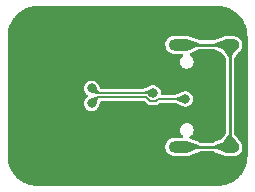
<source format=gbl>
G04 #@! TF.GenerationSoftware,KiCad,Pcbnew,(7.0.0)*
G04 #@! TF.CreationDate,2023-03-15T02:55:48+08:00*
G04 #@! TF.ProjectId,USB_C_Breakout_GH1.25_4Pin,5553425f-435f-4427-9265-616b6f75745f,rev?*
G04 #@! TF.SameCoordinates,Original*
G04 #@! TF.FileFunction,Copper,L2,Bot*
G04 #@! TF.FilePolarity,Positive*
%FSLAX46Y46*%
G04 Gerber Fmt 4.6, Leading zero omitted, Abs format (unit mm)*
G04 Created by KiCad (PCBNEW (7.0.0)) date 2023-03-15 02:55:48*
%MOMM*%
%LPD*%
G01*
G04 APERTURE LIST*
G04 #@! TA.AperFunction,ComponentPad*
%ADD10O,1.600000X1.000000*%
G04 #@! TD*
G04 #@! TA.AperFunction,ComponentPad*
%ADD11O,2.100000X1.000000*%
G04 #@! TD*
G04 #@! TA.AperFunction,ViaPad*
%ADD12C,0.800000*%
G04 #@! TD*
G04 #@! TA.AperFunction,Conductor*
%ADD13C,0.150000*%
G04 #@! TD*
G04 #@! TA.AperFunction,Conductor*
%ADD14C,0.250000*%
G04 #@! TD*
G04 APERTURE END LIST*
D10*
X130589999Y-80519999D03*
D11*
X126409999Y-80519999D03*
X126409999Y-71879999D03*
D10*
X130589999Y-71879999D03*
D12*
X115570000Y-78740000D03*
X115570000Y-73660000D03*
X115570000Y-74930000D03*
X115570000Y-77470000D03*
X115570000Y-76200000D03*
X118110000Y-73279174D03*
X121920000Y-75221500D03*
X123190000Y-73660000D03*
X122301000Y-80772000D03*
X123317000Y-80772000D03*
X124333000Y-80772000D03*
X124333000Y-79756000D03*
X118872000Y-76835000D03*
X118872000Y-75565000D03*
X126819502Y-76454000D03*
X124079000Y-75946000D03*
D13*
X119411000Y-76296000D02*
X118872000Y-76835000D01*
X123474405Y-76296000D02*
X119411000Y-76296000D01*
X123799405Y-76621000D02*
X123474405Y-76296000D01*
X124525595Y-76454000D02*
X124358595Y-76621000D01*
X124358595Y-76621000D02*
X123799405Y-76621000D01*
X126819502Y-76454000D02*
X124525595Y-76454000D01*
X119253000Y-75946000D02*
X124079000Y-75946000D01*
X118872000Y-75565000D02*
X119253000Y-75946000D01*
D14*
X130590000Y-71880000D02*
X130590000Y-80520000D01*
X130590000Y-80520000D02*
X126410000Y-80520000D01*
X126410000Y-71880000D02*
X130590000Y-71880000D01*
X126819502Y-76454000D02*
X126761502Y-76396000D01*
G04 #@! TA.AperFunction,Conductor*
G36*
X129543471Y-68580694D02*
G01*
X129655527Y-68586987D01*
X129824353Y-68597199D01*
X129837591Y-68598720D01*
X129969665Y-68621160D01*
X129971007Y-68621397D01*
X130116210Y-68648007D01*
X130128153Y-68650814D01*
X130260788Y-68689025D01*
X130263279Y-68689773D01*
X130400146Y-68732423D01*
X130410682Y-68736237D01*
X130539736Y-68789693D01*
X130543063Y-68791130D01*
X130672306Y-68849298D01*
X130681372Y-68853834D01*
X130804331Y-68921791D01*
X130808500Y-68924202D01*
X130928988Y-68997040D01*
X130936592Y-69002027D01*
X131051525Y-69083575D01*
X131056223Y-69087078D01*
X131166752Y-69173672D01*
X131172906Y-69178823D01*
X131278133Y-69272859D01*
X131283187Y-69277638D01*
X131382360Y-69376811D01*
X131387139Y-69381865D01*
X131481175Y-69487092D01*
X131486326Y-69493246D01*
X131572904Y-69603754D01*
X131576423Y-69608473D01*
X131657971Y-69723406D01*
X131662958Y-69731010D01*
X131735796Y-69851498D01*
X131738207Y-69855667D01*
X131806164Y-69978626D01*
X131810712Y-69987716D01*
X131868832Y-70116853D01*
X131870317Y-70120291D01*
X131923756Y-70249303D01*
X131927580Y-70259866D01*
X131970214Y-70396684D01*
X131970983Y-70399246D01*
X132009180Y-70531831D01*
X132011995Y-70543807D01*
X132038578Y-70688865D01*
X132038857Y-70690446D01*
X132061275Y-70822385D01*
X132062801Y-70835670D01*
X132072997Y-71004242D01*
X132073028Y-71004774D01*
X132079305Y-71116527D01*
X132079500Y-71123481D01*
X132079500Y-81276519D01*
X132079305Y-81283473D01*
X132073028Y-81395224D01*
X132072997Y-81395756D01*
X132062801Y-81564328D01*
X132061275Y-81577613D01*
X132038857Y-81709552D01*
X132038578Y-81711133D01*
X132011995Y-81856191D01*
X132009180Y-81868167D01*
X131970983Y-82000752D01*
X131970214Y-82003314D01*
X131927580Y-82140132D01*
X131923756Y-82150695D01*
X131870317Y-82279707D01*
X131868832Y-82283145D01*
X131810712Y-82412282D01*
X131806164Y-82421372D01*
X131738207Y-82544331D01*
X131735796Y-82548500D01*
X131662958Y-82668988D01*
X131657971Y-82676592D01*
X131576423Y-82791525D01*
X131572904Y-82796244D01*
X131486326Y-82906752D01*
X131481175Y-82912906D01*
X131387139Y-83018133D01*
X131382360Y-83023187D01*
X131283187Y-83122360D01*
X131278133Y-83127139D01*
X131172906Y-83221175D01*
X131166752Y-83226326D01*
X131056244Y-83312904D01*
X131051525Y-83316423D01*
X130936592Y-83397971D01*
X130928988Y-83402958D01*
X130808500Y-83475796D01*
X130804331Y-83478207D01*
X130681372Y-83546164D01*
X130672282Y-83550712D01*
X130543145Y-83608832D01*
X130539707Y-83610317D01*
X130410695Y-83663756D01*
X130400132Y-83667580D01*
X130263314Y-83710214D01*
X130260752Y-83710983D01*
X130128167Y-83749180D01*
X130116191Y-83751995D01*
X129971133Y-83778578D01*
X129969552Y-83778857D01*
X129837613Y-83801275D01*
X129824328Y-83802801D01*
X129655756Y-83812997D01*
X129655224Y-83813028D01*
X129547513Y-83819078D01*
X129543471Y-83819305D01*
X129536519Y-83819500D01*
X114303481Y-83819500D01*
X114296528Y-83819305D01*
X114292045Y-83819053D01*
X114184774Y-83813028D01*
X114184242Y-83812997D01*
X114015670Y-83802801D01*
X114002385Y-83801275D01*
X113870446Y-83778857D01*
X113868865Y-83778578D01*
X113723807Y-83751995D01*
X113711831Y-83749180D01*
X113579246Y-83710983D01*
X113576684Y-83710214D01*
X113439866Y-83667580D01*
X113429303Y-83663756D01*
X113300291Y-83610317D01*
X113296873Y-83608841D01*
X113167713Y-83550710D01*
X113158626Y-83546164D01*
X113035667Y-83478207D01*
X113031498Y-83475796D01*
X112911010Y-83402958D01*
X112903406Y-83397971D01*
X112788473Y-83316423D01*
X112783754Y-83312904D01*
X112673246Y-83226326D01*
X112667092Y-83221175D01*
X112561865Y-83127139D01*
X112556811Y-83122360D01*
X112457638Y-83023187D01*
X112452859Y-83018133D01*
X112358823Y-82912906D01*
X112353672Y-82906752D01*
X112267078Y-82796223D01*
X112263575Y-82791525D01*
X112182027Y-82676592D01*
X112177040Y-82668988D01*
X112104202Y-82548500D01*
X112101791Y-82544331D01*
X112083272Y-82510824D01*
X112033832Y-82421369D01*
X112029298Y-82412306D01*
X111971130Y-82283063D01*
X111969693Y-82279736D01*
X111916237Y-82150682D01*
X111912423Y-82140146D01*
X111869773Y-82003279D01*
X111869015Y-82000752D01*
X111864307Y-81984409D01*
X111830814Y-81868153D01*
X111828007Y-81856210D01*
X111801397Y-81711007D01*
X111801160Y-81709665D01*
X111778720Y-81577591D01*
X111777199Y-81564353D01*
X111766983Y-81395453D01*
X111760694Y-81283471D01*
X111760500Y-81276521D01*
X111760500Y-80563935D01*
X125105669Y-80563935D01*
X125136135Y-80736711D01*
X125205623Y-80897804D01*
X125209936Y-80903597D01*
X125209937Y-80903599D01*
X125255620Y-80964962D01*
X125310390Y-81038530D01*
X125444786Y-81151302D01*
X125601567Y-81230040D01*
X125772279Y-81270500D01*
X127000111Y-81270500D01*
X127003709Y-81270500D01*
X127134255Y-81255241D01*
X127198535Y-81231844D01*
X127207133Y-81229066D01*
X127255175Y-81215467D01*
X128000207Y-80905038D01*
X128047900Y-80895500D01*
X129202101Y-80895500D01*
X129249793Y-80905038D01*
X129936735Y-81191264D01*
X129993402Y-81214875D01*
X129997719Y-81215982D01*
X130001933Y-81217393D01*
X130001850Y-81217640D01*
X130021606Y-81225037D01*
X130031567Y-81230040D01*
X130202279Y-81270500D01*
X130930111Y-81270500D01*
X130933709Y-81270500D01*
X131064255Y-81255241D01*
X131229117Y-81195237D01*
X131375696Y-81098830D01*
X131496092Y-80971218D01*
X131583812Y-80819281D01*
X131634130Y-80651210D01*
X131644331Y-80476065D01*
X131613865Y-80303289D01*
X131544377Y-80142196D01*
X131439610Y-80001470D01*
X131374009Y-79946424D01*
X131310747Y-79893340D01*
X131310742Y-79893337D01*
X131305214Y-79888698D01*
X131298760Y-79885456D01*
X131298756Y-79885454D01*
X131294393Y-79883263D01*
X131247964Y-79842845D01*
X130987416Y-79464983D01*
X130971106Y-79431455D01*
X130965500Y-79394593D01*
X130965500Y-73005406D01*
X130971106Y-72968545D01*
X130987416Y-72935016D01*
X131072068Y-72812248D01*
X131252290Y-72550878D01*
X131286230Y-72517672D01*
X131375696Y-72458830D01*
X131496092Y-72331218D01*
X131583812Y-72179281D01*
X131634130Y-72011210D01*
X131644331Y-71836065D01*
X131613865Y-71663289D01*
X131544377Y-71502196D01*
X131439610Y-71361470D01*
X131367747Y-71301170D01*
X131310745Y-71253339D01*
X131310744Y-71253338D01*
X131305214Y-71248698D01*
X131212810Y-71202291D01*
X131154883Y-71173199D01*
X131154880Y-71173198D01*
X131148433Y-71169960D01*
X131141407Y-71168294D01*
X131141405Y-71168294D01*
X130984749Y-71131165D01*
X130984743Y-71131164D01*
X130977721Y-71129500D01*
X130246291Y-71129500D01*
X130242725Y-71129916D01*
X130242721Y-71129917D01*
X130122916Y-71143920D01*
X130122909Y-71143921D01*
X130115745Y-71144759D01*
X130108962Y-71147227D01*
X130108956Y-71147229D01*
X130037880Y-71173097D01*
X130026298Y-71176681D01*
X129997730Y-71184012D01*
X129997712Y-71184017D01*
X129993406Y-71185123D01*
X129989298Y-71186834D01*
X129989291Y-71186837D01*
X129249792Y-71494962D01*
X129202100Y-71504500D01*
X128047900Y-71504500D01*
X128000208Y-71494962D01*
X127258565Y-71185944D01*
X127258560Y-71185942D01*
X127255173Y-71184531D01*
X127251651Y-71183534D01*
X127251634Y-71183528D01*
X127248795Y-71182725D01*
X127226939Y-71174231D01*
X127224891Y-71173202D01*
X127224883Y-71173199D01*
X127218433Y-71169960D01*
X127211406Y-71168294D01*
X127211402Y-71168293D01*
X127054749Y-71131165D01*
X127054743Y-71131164D01*
X127047721Y-71129500D01*
X125816291Y-71129500D01*
X125812725Y-71129916D01*
X125812721Y-71129917D01*
X125692915Y-71143920D01*
X125692907Y-71143921D01*
X125685745Y-71144759D01*
X125678967Y-71147225D01*
X125678958Y-71147228D01*
X125527674Y-71202291D01*
X125527671Y-71202292D01*
X125520883Y-71204763D01*
X125514850Y-71208730D01*
X125514842Y-71208735D01*
X125380340Y-71297199D01*
X125380334Y-71297203D01*
X125374304Y-71301170D01*
X125369351Y-71306419D01*
X125369346Y-71306424D01*
X125258865Y-71423527D01*
X125258861Y-71423531D01*
X125253908Y-71428782D01*
X125250299Y-71435032D01*
X125250296Y-71435037D01*
X125169799Y-71574463D01*
X125169796Y-71574468D01*
X125166188Y-71580719D01*
X125164117Y-71587634D01*
X125164117Y-71587636D01*
X125117941Y-71741869D01*
X125117939Y-71741877D01*
X125115870Y-71748790D01*
X125115450Y-71755996D01*
X125115449Y-71756004D01*
X125106088Y-71916725D01*
X125106088Y-71916733D01*
X125105669Y-71923935D01*
X125136135Y-72096711D01*
X125205623Y-72257804D01*
X125209936Y-72263597D01*
X125209937Y-72263599D01*
X125255620Y-72324962D01*
X125310390Y-72398530D01*
X125444786Y-72511302D01*
X125601567Y-72590040D01*
X125772279Y-72630500D01*
X125779500Y-72630500D01*
X126514887Y-72630500D01*
X126574055Y-72645527D01*
X126618882Y-72686965D01*
X126638505Y-72744771D01*
X126628167Y-72804935D01*
X126590374Y-72852876D01*
X126535991Y-72894605D01*
X126535987Y-72894608D01*
X126529549Y-72899549D01*
X126524608Y-72905987D01*
X126524605Y-72905991D01*
X126442248Y-73013319D01*
X126442242Y-73013328D01*
X126437302Y-73019767D01*
X126434193Y-73027272D01*
X126434191Y-73027276D01*
X126382423Y-73152254D01*
X126382421Y-73152259D01*
X126379313Y-73159764D01*
X126378252Y-73167815D01*
X126378251Y-73167823D01*
X126360760Y-73300683D01*
X126359534Y-73310000D01*
X126360595Y-73318059D01*
X126378251Y-73452176D01*
X126378252Y-73452182D01*
X126379313Y-73460236D01*
X126437302Y-73600233D01*
X126442245Y-73606674D01*
X126442248Y-73606680D01*
X126524605Y-73714008D01*
X126529549Y-73720451D01*
X126535991Y-73725394D01*
X126643319Y-73807751D01*
X126643322Y-73807753D01*
X126649767Y-73812698D01*
X126789764Y-73870687D01*
X126902280Y-73885500D01*
X126973667Y-73885500D01*
X126977720Y-73885500D01*
X127090236Y-73870687D01*
X127230233Y-73812698D01*
X127350451Y-73720451D01*
X127442698Y-73600233D01*
X127500687Y-73460236D01*
X127520466Y-73310000D01*
X127500687Y-73159764D01*
X127442698Y-73019767D01*
X127437753Y-73013322D01*
X127437751Y-73013319D01*
X127355394Y-72905991D01*
X127350451Y-72899549D01*
X127230233Y-72807302D01*
X127222724Y-72804191D01*
X127221760Y-72803635D01*
X127179953Y-72764073D01*
X127160513Y-72709898D01*
X127167626Y-72652782D01*
X127199761Y-72605031D01*
X127248233Y-72577917D01*
X127248151Y-72577682D01*
X127249487Y-72577216D01*
X127249991Y-72576934D01*
X127255175Y-72575467D01*
X128000207Y-72265038D01*
X128047900Y-72255500D01*
X129202101Y-72255500D01*
X129249793Y-72265038D01*
X129890761Y-72532108D01*
X129921132Y-72550226D01*
X129945153Y-72576179D01*
X129972088Y-72615241D01*
X130192585Y-72935019D01*
X130208894Y-72968545D01*
X130214500Y-73005407D01*
X130214500Y-79394591D01*
X130208894Y-79431453D01*
X130192584Y-79464982D01*
X129945151Y-79823821D01*
X129921130Y-79849774D01*
X129890760Y-79867891D01*
X129702282Y-79946424D01*
X129249793Y-80134961D01*
X129202103Y-80144500D01*
X128047900Y-80144500D01*
X128000208Y-80134962D01*
X127258565Y-79825944D01*
X127258560Y-79825942D01*
X127255173Y-79824531D01*
X127251649Y-79823533D01*
X127251622Y-79823524D01*
X127249967Y-79823056D01*
X127249455Y-79822769D01*
X127248142Y-79822312D01*
X127248222Y-79822079D01*
X127199745Y-79794948D01*
X127167622Y-79747195D01*
X127160517Y-79690083D01*
X127179962Y-79635915D01*
X127221767Y-79596360D01*
X127222718Y-79595810D01*
X127230233Y-79592698D01*
X127350451Y-79500451D01*
X127442698Y-79380233D01*
X127500687Y-79240236D01*
X127520466Y-79090000D01*
X127500687Y-78939764D01*
X127442698Y-78799767D01*
X127437753Y-78793322D01*
X127437751Y-78793319D01*
X127355394Y-78685991D01*
X127350451Y-78679549D01*
X127344008Y-78674605D01*
X127236680Y-78592248D01*
X127236674Y-78592245D01*
X127230233Y-78587302D01*
X127222724Y-78584191D01*
X127222723Y-78584191D01*
X127097745Y-78532423D01*
X127097742Y-78532422D01*
X127090236Y-78529313D01*
X127082182Y-78528252D01*
X127082176Y-78528251D01*
X126981739Y-78515029D01*
X126981737Y-78515028D01*
X126977720Y-78514500D01*
X126902280Y-78514500D01*
X126898263Y-78515028D01*
X126898260Y-78515029D01*
X126797823Y-78528251D01*
X126797815Y-78528252D01*
X126789764Y-78529313D01*
X126782259Y-78532421D01*
X126782254Y-78532423D01*
X126657276Y-78584191D01*
X126657272Y-78584193D01*
X126649767Y-78587302D01*
X126643328Y-78592242D01*
X126643319Y-78592248D01*
X126535991Y-78674605D01*
X126535987Y-78674608D01*
X126529549Y-78679549D01*
X126524608Y-78685987D01*
X126524605Y-78685991D01*
X126442248Y-78793319D01*
X126442242Y-78793328D01*
X126437302Y-78799767D01*
X126434193Y-78807272D01*
X126434191Y-78807276D01*
X126382423Y-78932254D01*
X126382421Y-78932259D01*
X126379313Y-78939764D01*
X126378252Y-78947815D01*
X126378251Y-78947823D01*
X126360760Y-79080683D01*
X126359534Y-79090000D01*
X126360595Y-79098059D01*
X126378251Y-79232176D01*
X126378252Y-79232182D01*
X126379313Y-79240236D01*
X126437302Y-79380233D01*
X126442245Y-79386674D01*
X126442248Y-79386680D01*
X126502333Y-79464983D01*
X126529549Y-79500451D01*
X126535991Y-79505394D01*
X126590374Y-79547124D01*
X126628167Y-79595065D01*
X126638505Y-79655229D01*
X126618882Y-79713035D01*
X126574055Y-79754473D01*
X126514887Y-79769500D01*
X125816291Y-79769500D01*
X125812725Y-79769916D01*
X125812721Y-79769917D01*
X125692915Y-79783920D01*
X125692907Y-79783921D01*
X125685745Y-79784759D01*
X125678967Y-79787225D01*
X125678958Y-79787228D01*
X125527674Y-79842291D01*
X125527671Y-79842292D01*
X125520883Y-79844763D01*
X125514850Y-79848730D01*
X125514842Y-79848735D01*
X125380340Y-79937199D01*
X125380334Y-79937203D01*
X125374304Y-79941170D01*
X125369351Y-79946419D01*
X125369346Y-79946424D01*
X125258865Y-80063527D01*
X125258861Y-80063531D01*
X125253908Y-80068782D01*
X125250299Y-80075032D01*
X125250296Y-80075037D01*
X125169799Y-80214463D01*
X125169796Y-80214468D01*
X125166188Y-80220719D01*
X125164117Y-80227634D01*
X125164117Y-80227636D01*
X125117941Y-80381869D01*
X125117939Y-80381877D01*
X125115870Y-80388790D01*
X125115450Y-80395996D01*
X125115449Y-80396004D01*
X125106088Y-80556725D01*
X125106088Y-80556733D01*
X125105669Y-80563935D01*
X111760500Y-80563935D01*
X111760500Y-76835000D01*
X118216722Y-76835000D01*
X118217626Y-76842445D01*
X118234858Y-76984370D01*
X118234859Y-76984375D01*
X118235763Y-76991818D01*
X118238422Y-76998831D01*
X118238423Y-76998832D01*
X118278497Y-77104500D01*
X118291780Y-77139523D01*
X118381517Y-77269530D01*
X118499760Y-77374283D01*
X118639635Y-77447696D01*
X118793015Y-77485500D01*
X118943485Y-77485500D01*
X118950985Y-77485500D01*
X119104365Y-77447696D01*
X119244240Y-77374283D01*
X119362483Y-77269530D01*
X119452220Y-77139523D01*
X119466777Y-77101137D01*
X119471615Y-77090051D01*
X119487749Y-77057527D01*
X119605767Y-76706031D01*
X119631712Y-76661929D01*
X119673253Y-76632057D01*
X119723319Y-76621500D01*
X123288217Y-76621500D01*
X123335670Y-76630939D01*
X123375898Y-76657819D01*
X123555360Y-76837282D01*
X123562669Y-76845257D01*
X123586950Y-76874194D01*
X123596344Y-76879617D01*
X123596346Y-76879619D01*
X123619666Y-76893083D01*
X123628788Y-76898894D01*
X123659721Y-76920553D01*
X123670204Y-76923362D01*
X123673539Y-76924917D01*
X123676964Y-76926163D01*
X123686360Y-76931588D01*
X123723548Y-76938145D01*
X123734110Y-76940485D01*
X123770598Y-76950263D01*
X123808215Y-76946972D01*
X123819023Y-76946500D01*
X124338968Y-76946500D01*
X124349775Y-76946971D01*
X124387402Y-76950264D01*
X124423919Y-76940478D01*
X124434425Y-76938149D01*
X124471640Y-76931588D01*
X124481046Y-76926156D01*
X124484495Y-76924901D01*
X124487794Y-76923362D01*
X124498279Y-76920554D01*
X124529230Y-76898880D01*
X124538328Y-76893085D01*
X124571050Y-76874194D01*
X124595330Y-76845257D01*
X124602638Y-76837282D01*
X124624104Y-76815817D01*
X124664332Y-76788938D01*
X124711783Y-76779500D01*
X125926190Y-76779500D01*
X125977573Y-76790647D01*
X126058635Y-76827555D01*
X126549557Y-77051076D01*
X126556713Y-77053240D01*
X126578449Y-77062136D01*
X126587137Y-77066696D01*
X126681841Y-77090038D01*
X126727026Y-77101175D01*
X126740517Y-77104500D01*
X126890987Y-77104500D01*
X126898487Y-77104500D01*
X127051867Y-77066696D01*
X127191742Y-76993283D01*
X127309985Y-76888530D01*
X127399722Y-76758523D01*
X127455739Y-76610818D01*
X127474780Y-76454000D01*
X127455739Y-76297182D01*
X127399722Y-76149477D01*
X127309985Y-76019470D01*
X127287477Y-75999530D01*
X127197358Y-75919692D01*
X127197356Y-75919690D01*
X127191742Y-75914717D01*
X127185097Y-75911229D01*
X127185095Y-75911228D01*
X127058508Y-75844789D01*
X127058504Y-75844787D01*
X127051867Y-75841304D01*
X127044589Y-75839510D01*
X127044586Y-75839509D01*
X126905769Y-75805294D01*
X126905762Y-75805293D01*
X126898487Y-75803500D01*
X126740517Y-75803500D01*
X126733242Y-75805292D01*
X126733234Y-75805294D01*
X126594417Y-75839509D01*
X126594411Y-75839510D01*
X126587137Y-75841304D01*
X126580502Y-75844786D01*
X126580492Y-75844790D01*
X126578443Y-75845866D01*
X126556734Y-75854751D01*
X126553529Y-75855720D01*
X126553511Y-75855726D01*
X126549558Y-75856922D01*
X126545797Y-75858634D01*
X126545790Y-75858637D01*
X125977573Y-76117353D01*
X125926190Y-76128500D01*
X124852086Y-76128500D01*
X124785813Y-76109304D01*
X124740058Y-76057659D01*
X124728990Y-75989555D01*
X124733374Y-75953447D01*
X124733374Y-75953445D01*
X124734278Y-75946000D01*
X124715237Y-75789182D01*
X124659220Y-75641477D01*
X124569483Y-75511470D01*
X124451240Y-75406717D01*
X124444595Y-75403229D01*
X124444593Y-75403228D01*
X124318006Y-75336789D01*
X124318002Y-75336787D01*
X124311365Y-75333304D01*
X124304087Y-75331510D01*
X124304084Y-75331509D01*
X124165267Y-75297294D01*
X124165260Y-75297293D01*
X124157985Y-75295500D01*
X124000015Y-75295500D01*
X123992740Y-75297292D01*
X123992732Y-75297294D01*
X123853915Y-75331509D01*
X123853909Y-75331510D01*
X123846635Y-75333304D01*
X123840000Y-75336786D01*
X123839990Y-75336790D01*
X123837941Y-75337866D01*
X123816232Y-75346751D01*
X123813027Y-75347720D01*
X123813009Y-75347726D01*
X123809056Y-75348922D01*
X123805295Y-75350634D01*
X123805288Y-75350637D01*
X123237071Y-75609353D01*
X123185688Y-75620500D01*
X119733157Y-75620500D01*
X119671819Y-75604267D01*
X119626541Y-75559817D01*
X119466401Y-75290168D01*
X119466848Y-75289902D01*
X119455107Y-75268089D01*
X119454881Y-75267493D01*
X119454879Y-75267489D01*
X119452220Y-75260477D01*
X119362483Y-75130470D01*
X119244240Y-75025717D01*
X119237595Y-75022229D01*
X119237593Y-75022228D01*
X119111006Y-74955789D01*
X119111002Y-74955787D01*
X119104365Y-74952304D01*
X119097087Y-74950510D01*
X119097084Y-74950509D01*
X118958267Y-74916294D01*
X118958260Y-74916293D01*
X118950985Y-74914500D01*
X118793015Y-74914500D01*
X118785740Y-74916292D01*
X118785732Y-74916294D01*
X118646915Y-74950509D01*
X118646909Y-74950510D01*
X118639635Y-74952304D01*
X118633000Y-74955786D01*
X118632993Y-74955789D01*
X118506406Y-75022228D01*
X118506400Y-75022231D01*
X118499760Y-75025717D01*
X118494148Y-75030687D01*
X118494143Y-75030692D01*
X118387127Y-75125499D01*
X118387122Y-75125503D01*
X118381517Y-75130470D01*
X118377262Y-75136634D01*
X118377257Y-75136640D01*
X118296043Y-75254300D01*
X118296040Y-75254303D01*
X118291780Y-75260477D01*
X118289120Y-75267488D01*
X118289118Y-75267494D01*
X118238423Y-75401167D01*
X118235763Y-75408182D01*
X118234859Y-75415622D01*
X118234858Y-75415629D01*
X118222472Y-75517640D01*
X118216722Y-75565000D01*
X118217626Y-75572445D01*
X118234858Y-75714370D01*
X118234859Y-75714375D01*
X118235763Y-75721818D01*
X118238422Y-75728831D01*
X118238423Y-75728832D01*
X118286177Y-75854751D01*
X118291780Y-75869523D01*
X118296043Y-75875699D01*
X118374631Y-75989555D01*
X118381517Y-75999530D01*
X118387126Y-76004499D01*
X118387127Y-76004500D01*
X118499760Y-76104283D01*
X118498772Y-76105397D01*
X118531532Y-76142373D01*
X118545736Y-76200000D01*
X118531532Y-76257627D01*
X118498772Y-76294602D01*
X118499760Y-76295717D01*
X118387127Y-76395499D01*
X118387122Y-76395503D01*
X118381517Y-76400470D01*
X118377262Y-76406634D01*
X118377257Y-76406640D01*
X118296043Y-76524300D01*
X118296040Y-76524303D01*
X118291780Y-76530477D01*
X118289120Y-76537488D01*
X118289118Y-76537494D01*
X118238423Y-76671167D01*
X118235763Y-76678182D01*
X118234859Y-76685622D01*
X118234858Y-76685629D01*
X118226860Y-76751505D01*
X118216722Y-76835000D01*
X111760500Y-76835000D01*
X111760500Y-71123479D01*
X111760695Y-71116528D01*
X111760773Y-71115123D01*
X111766989Y-71004450D01*
X111777200Y-70835642D01*
X111778719Y-70822413D01*
X111801169Y-70690282D01*
X111801388Y-70689044D01*
X111828009Y-70543780D01*
X111830812Y-70531855D01*
X111869040Y-70399161D01*
X111869757Y-70396772D01*
X111912427Y-70259839D01*
X111916231Y-70249330D01*
X111969714Y-70120214D01*
X111971109Y-70116984D01*
X112029307Y-69987673D01*
X112033821Y-69978650D01*
X112101820Y-69855615D01*
X112104172Y-69851549D01*
X112177051Y-69730991D01*
X112182027Y-69723406D01*
X112263605Y-69608431D01*
X112267048Y-69603815D01*
X112353697Y-69493215D01*
X112358797Y-69487122D01*
X112452892Y-69381829D01*
X112457603Y-69376847D01*
X112556847Y-69277603D01*
X112561829Y-69272892D01*
X112667122Y-69178797D01*
X112673215Y-69173697D01*
X112783815Y-69087048D01*
X112788431Y-69083605D01*
X112903410Y-69002024D01*
X112910991Y-68997051D01*
X113031549Y-68924172D01*
X113035615Y-68921820D01*
X113158650Y-68853821D01*
X113167673Y-68849307D01*
X113296984Y-68791109D01*
X113300214Y-68789714D01*
X113429330Y-68736231D01*
X113439839Y-68732427D01*
X113576772Y-68689757D01*
X113579161Y-68689040D01*
X113711855Y-68650812D01*
X113723780Y-68648009D01*
X113869044Y-68621388D01*
X113870282Y-68621169D01*
X114002413Y-68598719D01*
X114015642Y-68597200D01*
X114184450Y-68586989D01*
X114296527Y-68580695D01*
X114303479Y-68580500D01*
X129536521Y-68580500D01*
X129543471Y-68580694D01*
G37*
G04 #@! TD.AperFunction*
G04 #@! TA.AperFunction,Conductor*
G36*
X119446485Y-76230351D02*
G01*
X119448740Y-76237257D01*
X119448740Y-76369090D01*
X119448131Y-76372814D01*
X119245537Y-76976202D01*
X119241989Y-76981422D01*
X119236246Y-76984039D01*
X119229979Y-76983292D01*
X118875499Y-76836858D01*
X118871687Y-76834312D01*
X118869147Y-76830498D01*
X118723687Y-76477017D01*
X118722949Y-76470754D01*
X118725571Y-76465015D01*
X118730789Y-76461474D01*
X119433325Y-76226162D01*
X119440588Y-76226108D01*
X119446485Y-76230351D01*
G37*
G04 #@! TD.AperFunction*
G04 #@! TA.AperFunction,Conductor*
G36*
X126667280Y-76090729D02*
G01*
X126671078Y-76095601D01*
X126818625Y-76449497D01*
X126819526Y-76453999D01*
X126818625Y-76458501D01*
X126671078Y-76812398D01*
X126667280Y-76817270D01*
X126661530Y-76819529D01*
X126655431Y-76818544D01*
X126026354Y-76532120D01*
X126021363Y-76527803D01*
X126019502Y-76521472D01*
X126019502Y-76386528D01*
X126021363Y-76380197D01*
X126026354Y-76375880D01*
X126655432Y-76089454D01*
X126661530Y-76088470D01*
X126667280Y-76090729D01*
G37*
G04 #@! TD.AperFunction*
G04 #@! TA.AperFunction,Conductor*
G36*
X123926778Y-75582729D02*
G01*
X123930576Y-75587601D01*
X124078123Y-75941497D01*
X124079024Y-75945999D01*
X124078123Y-75950501D01*
X123930576Y-76304398D01*
X123926778Y-76309270D01*
X123921028Y-76311529D01*
X123914929Y-76310544D01*
X123850096Y-76281025D01*
X123846671Y-76278650D01*
X123689211Y-76121190D01*
X123687756Y-76119417D01*
X123673669Y-76098334D01*
X123673029Y-76097376D01*
X123650028Y-76082007D01*
X123650027Y-76082006D01*
X123623870Y-76064528D01*
X123581900Y-76036485D01*
X123580771Y-76036260D01*
X123580770Y-76036260D01*
X123501538Y-76020500D01*
X123501532Y-76020498D01*
X123475537Y-76015328D01*
X123475536Y-76015328D01*
X123474405Y-76015103D01*
X123473274Y-76015328D01*
X123448404Y-76020275D01*
X123446121Y-76020500D01*
X123290700Y-76020500D01*
X123282427Y-76017073D01*
X123279000Y-76008800D01*
X123279000Y-75878528D01*
X123280861Y-75872197D01*
X123285852Y-75867880D01*
X123914930Y-75581454D01*
X123921028Y-75580470D01*
X123926778Y-75582729D01*
G37*
G04 #@! TD.AperFunction*
G04 #@! TA.AperFunction,Conductor*
G36*
X119246721Y-75420632D02*
G01*
X119512546Y-75868238D01*
X119514186Y-75874212D01*
X119514186Y-76008235D01*
X119512445Y-76014376D01*
X119507739Y-76018690D01*
X119501470Y-76019891D01*
X118882657Y-75965929D01*
X118875058Y-75962189D01*
X118871973Y-75954302D01*
X118871758Y-75868238D01*
X118871019Y-75572843D01*
X118872986Y-75566324D01*
X118878248Y-75562005D01*
X119232195Y-75415791D01*
X119240359Y-75415506D01*
X119246721Y-75420632D01*
G37*
G04 #@! TD.AperFunction*
G04 #@! TA.AperFunction,Conductor*
G36*
X130714296Y-79521341D02*
G01*
X130718488Y-79525058D01*
X131084210Y-80055449D01*
X131086203Y-80063413D01*
X131082473Y-80070726D01*
X130597894Y-80513781D01*
X130589999Y-80516846D01*
X130582104Y-80513781D01*
X130097526Y-80070726D01*
X130093796Y-80063413D01*
X130095789Y-80055449D01*
X130461512Y-79525058D01*
X130465704Y-79521341D01*
X130471144Y-79520000D01*
X130708856Y-79520000D01*
X130714296Y-79521341D01*
G37*
G04 #@! TD.AperFunction*
G04 #@! TA.AperFunction,Conductor*
G36*
X130597894Y-71886217D02*
G01*
X131071201Y-72318967D01*
X131082473Y-72329273D01*
X131086203Y-72336586D01*
X131084210Y-72344550D01*
X130718488Y-72874942D01*
X130714296Y-72878659D01*
X130708856Y-72880000D01*
X130471144Y-72880000D01*
X130465704Y-72878659D01*
X130461512Y-72874942D01*
X130095789Y-72344550D01*
X130093796Y-72336586D01*
X130097525Y-72329274D01*
X130582105Y-71886217D01*
X130590000Y-71883153D01*
X130597894Y-71886217D01*
G37*
G04 #@! TD.AperFunction*
G04 #@! TA.AperFunction,Conductor*
G36*
X130104177Y-80063238D02*
G01*
X130581906Y-80511468D01*
X130585169Y-80516852D01*
X130585169Y-80523148D01*
X130581906Y-80528532D01*
X130104177Y-80976761D01*
X130098259Y-80979741D01*
X130091671Y-80979029D01*
X129297199Y-80647999D01*
X129291965Y-80643690D01*
X129290000Y-80637200D01*
X129290000Y-80402800D01*
X129291965Y-80396310D01*
X129297200Y-80392000D01*
X130091675Y-80060969D01*
X130098259Y-80060258D01*
X130104177Y-80063238D01*
G37*
G04 #@! TD.AperFunction*
G04 #@! TA.AperFunction,Conductor*
G36*
X127156904Y-80060377D02*
G01*
X127158984Y-80061244D01*
X127952800Y-80392000D01*
X127958035Y-80396310D01*
X127960000Y-80402800D01*
X127960000Y-80637200D01*
X127958035Y-80643690D01*
X127952800Y-80648000D01*
X127156906Y-80979621D01*
X127151460Y-80980483D01*
X127146225Y-80978755D01*
X126424965Y-80529934D01*
X126420108Y-80523880D01*
X126420108Y-80516120D01*
X126424964Y-80510066D01*
X127146226Y-80061243D01*
X127151460Y-80059516D01*
X127156904Y-80060377D01*
G37*
G04 #@! TD.AperFunction*
G04 #@! TA.AperFunction,Conductor*
G36*
X127156904Y-71420377D02*
G01*
X127158984Y-71421244D01*
X127952800Y-71752000D01*
X127958035Y-71756310D01*
X127960000Y-71762800D01*
X127960000Y-71997200D01*
X127958035Y-72003690D01*
X127952800Y-72008000D01*
X127156906Y-72339621D01*
X127151460Y-72340483D01*
X127146225Y-72338755D01*
X126424965Y-71889934D01*
X126420108Y-71883880D01*
X126420108Y-71876120D01*
X126424964Y-71870066D01*
X127146226Y-71421243D01*
X127151460Y-71419516D01*
X127156904Y-71420377D01*
G37*
G04 #@! TD.AperFunction*
G04 #@! TA.AperFunction,Conductor*
G36*
X130104177Y-71423238D02*
G01*
X130581906Y-71871468D01*
X130585169Y-71876852D01*
X130585169Y-71883148D01*
X130581906Y-71888532D01*
X130104177Y-72336761D01*
X130098259Y-72339741D01*
X130091671Y-72339029D01*
X129297199Y-72007999D01*
X129291965Y-72003690D01*
X129290000Y-71997200D01*
X129290000Y-71762800D01*
X129291965Y-71756310D01*
X129297200Y-71752000D01*
X130091675Y-71420969D01*
X130098259Y-71420258D01*
X130104177Y-71423238D01*
G37*
G04 #@! TD.AperFunction*
M02*

</source>
